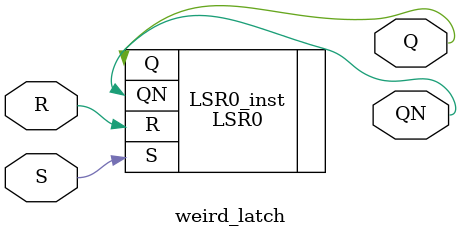
<source format=v>
module weird_latch
(
        input S,
        input R,
        output Q,
        output QN
);
wire S;
wire R;
wire Q;
wire QN;

LSR0 LSR0_inst (
         .R(R),
         .S(S),
         .Q(Q),
         .QN(QN)
     );

endmodule
</source>
